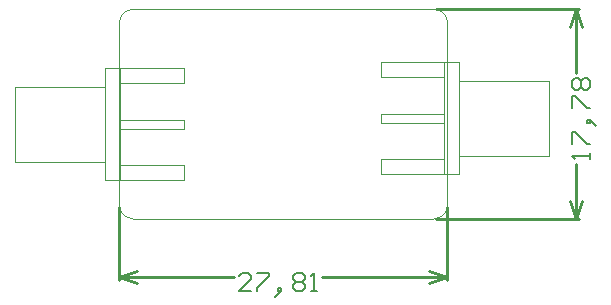
<source format=gm1>
G04 Layer_Color=16711935*
%FSLAX25Y25*%
%MOIN*%
G70*
G01*
G75*
%ADD10C,0.00394*%
%ADD24C,0.01000*%
%ADD33C,0.00600*%
D10*
X590500Y105000D02*
X590596Y104025D01*
X590881Y103087D01*
X591343Y102222D01*
X591964Y101464D01*
X592722Y100843D01*
X593587Y100381D01*
X594524Y100096D01*
X595500Y100000D01*
X695000D02*
X695975Y100096D01*
X696913Y100381D01*
X697778Y100843D01*
X698535Y101464D01*
X699157Y102222D01*
X699619Y103087D01*
X699904Y104025D01*
X700000Y105000D01*
Y165000D02*
X699904Y165975D01*
X699619Y166913D01*
X699157Y167778D01*
X698535Y168535D01*
X697778Y169157D01*
X696913Y169619D01*
X695975Y169904D01*
X695000Y170000D01*
X595500D02*
X594524Y169904D01*
X593587Y169619D01*
X592722Y169157D01*
X591964Y168535D01*
X591343Y167778D01*
X590881Y166913D01*
X590596Y165975D01*
X590500Y165000D01*
X595500Y100000D02*
X695000D01*
X700000Y105000D02*
Y165000D01*
X595500Y170000D02*
X695000D01*
X590500Y105000D02*
Y165000D01*
X590976Y117760D02*
X612157D01*
X612157Y112760D02*
Y117760D01*
X590976Y112760D02*
Y150240D01*
X612157Y130004D02*
Y132996D01*
X590976Y130004D02*
X612157D01*
X590976Y132996D02*
X612157D01*
Y145240D02*
Y150240D01*
X590976Y145240D02*
X612157D01*
X585976Y112760D02*
X612157D01*
X585976Y150240D02*
X612157D01*
X585976Y112760D02*
Y150240D01*
X555976Y144000D02*
X585976D01*
X555976Y119000D02*
Y144000D01*
Y119000D02*
X585976D01*
X677843Y147240D02*
X699024D01*
X677843Y147240D02*
Y152240D01*
X699024Y114760D02*
Y152240D01*
X677843Y132004D02*
Y134996D01*
X699024D01*
X677843Y132004D02*
X699024D01*
X677843Y114760D02*
Y119760D01*
X677843Y119760D02*
X699024D01*
X677843Y152240D02*
X704024D01*
X677843Y114760D02*
X704024D01*
Y152240D01*
Y121000D02*
X734024D01*
Y146000D01*
X704024D02*
X734024D01*
D24*
X696197Y100000D02*
X744000D01*
X696197Y170000D02*
X744000D01*
X743000Y100000D02*
Y118304D01*
Y148496D02*
Y170000D01*
Y100000D02*
X745000Y106000D01*
X741000D02*
X743000Y100000D01*
X741000Y164000D02*
X743000Y170000D01*
X745000Y164000D01*
X700000Y79500D02*
Y103803D01*
X590500Y79500D02*
Y103803D01*
X658246Y80500D02*
X700000D01*
X590500D02*
X629054D01*
X694000Y82500D02*
X700000Y80500D01*
X694000Y78500D02*
X700000Y80500D01*
X590500D02*
X596500Y78500D01*
X590500Y80500D02*
X596500Y82500D01*
D33*
X747599Y119904D02*
Y121904D01*
Y120904D01*
X741601D01*
X742600Y119904D01*
X741601Y124903D02*
Y128901D01*
X742600D01*
X746599Y124903D01*
X747599D01*
X748598Y131901D02*
X747599Y132900D01*
X746599D01*
Y131901D01*
X747599D01*
Y132900D01*
X748598Y131901D01*
X749598Y130901D01*
X741601Y136899D02*
Y140898D01*
X742600D01*
X746599Y136899D01*
X747599D01*
X742600Y142897D02*
X741601Y143897D01*
Y145896D01*
X742600Y146896D01*
X743600D01*
X744600Y145896D01*
X745599Y146896D01*
X746599D01*
X747599Y145896D01*
Y143897D01*
X746599Y142897D01*
X745599D01*
X744600Y143897D01*
X743600Y142897D01*
X742600D01*
X744600Y143897D02*
Y145896D01*
X634653Y75901D02*
X630654D01*
X634653Y79900D01*
Y80900D01*
X633653Y81899D01*
X631654D01*
X630654Y80900D01*
X636652Y81899D02*
X640651D01*
Y80900D01*
X636652Y76901D01*
Y75901D01*
X643650Y74902D02*
X644650Y75901D01*
Y76901D01*
X643650D01*
Y75901D01*
X644650D01*
X643650Y74902D01*
X642650Y73902D01*
X648648Y80900D02*
X649648Y81899D01*
X651647D01*
X652647Y80900D01*
Y79900D01*
X651647Y78900D01*
X652647Y77901D01*
Y76901D01*
X651647Y75901D01*
X649648D01*
X648648Y76901D01*
Y77901D01*
X649648Y78900D01*
X648648Y79900D01*
Y80900D01*
X649648Y78900D02*
X651647D01*
X654646Y75901D02*
X656646D01*
X655646D01*
Y81899D01*
X654646Y80900D01*
M02*

</source>
